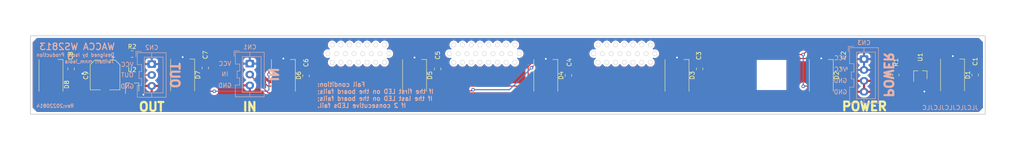
<source format=kicad_pcb>
(kicad_pcb (version 20211014) (generator pcbnew)
  (layers (0 "F.Cu" signal) (31 "B.Cu" signal) (34 "B.Paste" user) (35 "F.Paste" user) (36 "B.SilkS" user "B.Silkscreen") (37 "F.SilkS" user "F.Silkscreen") (38 "B.Mask" user) (39 "F.Mask" user) (44 "Edge.Cuts" user))
  (net 0 "")
  (net 1 "+5V")
  (net 2 "GND")
  (net 3 "Net-(CN1-Pad2)")
  (net 4 "LED_IN")
  (net 5 "LED_OUT")
  (net 6 "Net-(CN2-Pad2)")
  (net 8 "Net-(D1-Pad3)")
  (net 10 "Net-(D2-Pad3)")
  (net 12 "Net-(D3-Pad3)")
  (net 14 "Net-(D4-Pad3)")
  (net 16 "Net-(D5-Pad3)")
  (net 18 "Net-(D6-Pad3)")
  (net 20 "Net-(D7-Pad3)")
  (footprint "LED_SMD:LED_WS2812_PLCC6_5.0x5.0mm_P1.6mm" (layer "F.Cu") (at 154.5 99.5 -90)
    (fp_text reference "D4" (at 0 -3.5 90) (layer "F.SilkS"))
    (fp_text value "WS2813")
    (fp_line (start -3.65 -2.75) (end 3.65 -2.75) (layer "F.SilkS") (width 0.12))
    (fp_line (start -3.65 -1.6) (end -3.65 -2.75) (layer "F.SilkS") (width 0.12))
    (fp_line (start -3.65 2.75) (end 3.65 2.75) (layer "F.SilkS") (width 0.12))
    (pad "1" smd rect (at -2.45 -1.6 270) (size 1.5 1) (layers "F.Cu" "F.Paste" "F.Mask"))
    (pad "2" smd rect (at -2.45 0 270) (size 1.5 1) (layers "F.Cu" "F.Paste" "F.Mask") (net 1 "+5V"))
    (pad "3" smd rect (at -2.45 1.6 270) (size 1.5 1) (layers "F.Cu" "F.Paste" "F.Mask") (net 14 "Net-(D4-Pad3)"))
    (pad "4" smd rect (at 2.45 1.6 270) (size 1.5 1) (layers "F.Cu" "F.Paste" "F.Mask") (net 12 "Net-(D3-Pad3)"))
    (pad "5" smd rect (at 2.45 0 270) (size 1.5 1) (layers "F.Cu" "F.Paste" "F.Mask") (net 2 "GND"))
    (pad "6" smd rect (at 2.45 -1.6 270) (size 1.5 1) (layers "F.Cu" "F.Paste" "F.Mask") (net 10 "Net-(D2-Pad3)"))
  )
  (footprint "Resistor_SMD:R_0805_2012Metric_Pad1.20x1.40mm_HandSolder" (layer "F.Cu") (at 234.8 99.4 90)
    (fp_text reference "R1" (at 2.9 0 90) (layer "F.SilkS"))
    (fp_text value "100")
    (fp_line (start -0.227064 -0.735) (end 0.227064 -0.735) (layer "F.SilkS") (width 0.12))
    (fp_line (start -0.227064 0.735) (end 0.227064 0.735) (layer "F.SilkS") (width 0.12))
    (pad "1" smd roundrect (at -1 0 90) (size 1.2 1.4) (layers "F.Cu" "F.Paste" "F.Mask") (roundrect_rratio 0.2083333333) (net 3 "Net-(CN1-Pad2)"))
    (pad "2" smd roundrect (at 1 0 90) (size 1.2 1.4) (layers "F.Cu" "F.Paste" "F.Mask") (roundrect_rratio 0.2083333333) (net 4 "LED_IN"))
  )
  (footprint "Capacitor_SMD:C_0805_2012Metric_Pad1.18x1.45mm_HandSolder" (layer "F.Cu") (at 129.7 98 -90)
    (fp_text reference "C5" (at -3.1 0 90) (layer "F.SilkS"))
    (fp_text value "100nF")
    (fp_line (start -0.261252 -0.735) (end 0.261252 -0.735) (layer "F.SilkS") (width 0.12))
    (fp_line (start -0.261252 0.735) (end 0.261252 0.735) (layer "F.SilkS") (width 0.12))
    (pad "1" smd roundrect (at -1.0375 0 270) (size 1.175 1.45) (layers "F.Cu" "F.Paste" "F.Mask") (roundrect_rratio 0.2127659574) (net 1 "+5V"))
    (pad "2" smd roundrect (at 1.0375 0 270) (size 1.175 1.45) (layers "F.Cu" "F.Paste" "F.Mask") (roundrect_rratio 0.2127659574) (net 2 "GND"))
  )
  (footprint "Package_TO_SOT_SMD:TSOT-23_HandSoldering" (layer "F.Cu") (at 59.6 102.2 90)
    (fp_text reference "U2" (at 4 0 180) (layer "F.SilkS"))
    (fp_text value "1503a")
    (fp_line (start 0.95 -1.5) (end 0.95 -0.5) (layer "F.SilkS") (width 0.12))
    (fp_line (start 0.93 -1.51) (end -1.5 -1.51) (layer "F.SilkS") (width 0.12))
    (fp_line (start 0.95 1.55) (end -0.9 1.55) (layer "F.SilkS") (width 0.12))
    (fp_line (start 0.95 0.5) (end 0.95 1.55) (layer "F.SilkS") (width 0.12))
    (pad "1" smd rect (at -1.71 -0.95 90) (size 2 0.65) (layers "F.Cu" "F.Paste" "F.Mask") (net 2 "GND"))
    (pad "2" smd rect (at -1.71 0.95 90) (size 2 0.65) (layers "F.Cu" "F.Paste" "F.Mask") (net 1 "+5V"))
    (pad "3" smd rect (at 1.71 0 90) (size 2 0.65) (layers "F.Cu" "F.Paste" "F.Mask") (net 5 "LED_OUT"))
  )
  (footprint "LED_SMD:LED_WS2812_PLCC6_5.0x5.0mm_P1.6mm" (layer "F.Cu") (at 124.4 99.5 -90)
    (fp_text reference "D5" (at 0 -3.5 90) (layer "F.SilkS"))
    (fp_text value "WS2813")
    (fp_line (start -3.65 2.75) (end 3.65 2.75) (layer "F.SilkS") (width 0.12))
    (fp_line (start -3.65 -1.6) (end -3.65 -2.75) (layer "F.SilkS") (width 0.12))
    (fp_line (start -3.65 -2.75) (end 3.65 -2.75) (layer "F.SilkS") (width 0.12))
    (pad "1" smd rect (at -2.45 -1.6 270) (size 1.5 1) (layers "F.Cu" "F.Paste" "F.Mask"))
    (pad "2" smd rect (at -2.45 0 270) (size 1.5 1) (layers "F.Cu" "F.Paste" "F.Mask") (net 1 "+5V"))
    (pad "3" smd rect (at -2.45 1.6 270) (size 1.5 1) (layers "F.Cu" "F.Paste" "F.Mask") (net 16 "Net-(D5-Pad3)"))
    (pad "4" smd rect (at 2.45 1.6 270) (size 1.5 1) (layers "F.Cu" "F.Paste" "F.Mask") (net 14 "Net-(D4-Pad3)"))
    (pad "5" smd rect (at 2.45 0 270) (size 1.5 1) (layers "F.Cu" "F.Paste" "F.Mask") (net 2 "GND"))
    (pad "6" smd rect (at 2.45 -1.6 270) (size 1.5 1) (layers "F.Cu" "F.Paste" "F.Mask") (net 12 "Net-(D3-Pad3)"))
  )
  (footprint "Resistor_SMD:R_0805_2012Metric_Pad1.20x1.40mm_HandSolder" (layer "F.Cu") (at 59.6 94.6)
    (fp_text reference "R2" (at 0 -1.7) (layer "F.SilkS"))
    (fp_text value "100")
    (fp_line (start -0.227064 -0.735) (end 0.227064 -0.735) (layer "F.SilkS") (width 0.12))
    (fp_line (start -0.227064 0.735) (end 0.227064 0.735) (layer "F.SilkS") (width 0.12))
    (pad "1" smd roundrect (at -1 0) (size 1.2 1.4) (layers "F.Cu" "F.Paste" "F.Mask") (roundrect_rratio 0.2083333333) (net 5 "LED_OUT"))
    (pad "2" smd roundrect (at 1 0) (size 1.2 1.4) (layers "F.Cu" "F.Paste" "F.Mask") (roundrect_rratio 0.2083333333) (net 6 "Net-(CN2-Pad2)"))
  )
  (footprint "LED_SMD:LED_WS2812_PLCC6_5.0x5.0mm_P1.6mm" (layer "F.Cu") (at 71.2 99.4 -90)
    (fp_text reference "D7" (at 0 -3.5 90) (layer "F.SilkS"))
    (fp_text value "WS2813")
    (fp_line (start -3.65 2.75) (end 3.65 2.75) (layer "F.SilkS") (width 0.12))
    (fp_line (start -3.65 -2.75) (end 3.65 -2.75) (layer "F.SilkS") (width 0.12))
    (fp_line (start -3.65 -1.6) (end -3.65 -2.75) (layer "F.SilkS") (width 0.12))
    (pad "1" smd rect (at -2.45 -1.6 270) (size 1.5 1) (layers "F.Cu" "F.Paste" "F.Mask"))
    (pad "2" smd rect (at -2.45 0 270) (size 1.5 1) (layers "F.Cu" "F.Paste" "F.Mask") (net 1 "+5V"))
    (pad "3" smd rect (at -2.45 1.6 270) (size 1.5 1) (layers "F.Cu" "F.Paste" "F.Mask") (net 20 "Net-(D7-Pad3)"))
    (pad "4" smd rect (at 2.45 1.6 270) (size 1.5 1) (layers "F.Cu" "F.Paste" "F.Mask") (net 18 "Net-(D6-Pad3)"))
    (pad "5" smd rect (at 2.45 0 270) (size 1.5 1) (layers "F.Cu" "F.Paste" "F.Mask") (net 2 "GND"))
    (pad "6" smd rect (at 2.45 -1.6 270) (size 1.5 1) (layers "F.Cu" "F.Paste" "F.Mask") (net 16 "Net-(D5-Pad3)"))
  )
  (footprint "Package_TO_SOT_SMD:TSOT-23_HandSoldering" (layer "F.Cu") (at 240.4 99.4 90)
    (fp_text reference "U1" (at 4.1 0 90) (layer "F.SilkS"))
    (fp_text value "1503a")
    (fp_line (start 0.95 1.55) (end -0.9 1.55) (layer "F.SilkS") (width 0.12))
    (fp_line (start 0.95 0.5) (end 0.95 1.55) (layer "F.SilkS") (width 0.12))
    (fp_line (start 0.95 -1.5) (end 0.95 -0.5) (layer "F.SilkS") (width 0.12))
    (fp_line (start 0.93 -1.51) (end -1.5 -1.51) (layer "F.SilkS") (width 0.12))
    (pad "1" smd rect (at -1.71 -0.95 90) (size 2 0.65) (layers "F.Cu" "F.Paste" "F.Mask") (net 2 "GND"))
    (pad "2" smd rect (at -1.71 0.95 90) (size 2 0.65) (layers "F.Cu" "F.Paste" "F.Mask") (net 1 "+5V"))
    (pad "3" smd rect (at 1.71 0 90) (size 2 0.65) (layers "F.Cu" "F.Paste" "F.Mask") (net 4 "LED_IN"))
  )
  (footprint "LED_SMD:LED_WS2812_PLCC6_5.0x5.0mm_P1.6mm" (layer "F.Cu") (at 94.3 99.5 -90)
    (fp_text reference "D6" (at 0 -3.5 90) (layer "F.SilkS"))
    (fp_text value "WS2813")
    (fp_line (start -3.65 -1.6) (end -3.65 -2.75) (layer "F.SilkS") (width 0.12))
    (fp_line (start -3.65 -2.75) (end 3.65 -2.75) (layer "F.SilkS") (width 0.12))
    (fp_line (start -3.65 2.75) (end 3.65 2.75) (layer "F.SilkS") (width 0.12))
    (pad "1" smd rect (at -2.45 -1.6 270) (size 1.5 1) (layers "F.Cu" "F.Paste" "F.Mask"))
    (pad "2" smd rect (at -2.45 0 270) (size 1.5 1) (layers "F.Cu" "F.Paste" "F.Mask") (net 1 "+5V"))
    (pad "3" smd rect (at -2.45 1.6 270) (size 1.5 1) (layers "F.Cu" "F.Paste" "F.Mask") (net 18 "Net-(D6-Pad3)"))
    (pad "4" smd rect (at 2.45 1.6 270) (size 1.5 1) (layers "F.Cu" "F.Paste" "F.Mask") (net 16 "Net-(D5-Pad3)"))
    (pad "5" smd rect (at 2.45 0 270) (size 1.5 1) (layers "F.Cu" "F.Paste" "F.Mask") (net 2 "GND"))
    (pad "6" smd rect (at 2.45 -1.6 270) (size 1.5 1) (layers "F.Cu" "F.Paste" "F.Mask") (net 14 "Net-(D4-Pad3)"))
  )
  (footprint "LED_SMD:LED_WS2812_PLCC6_5.0x5.0mm_P1.6mm" (layer "F.Cu") (at 184.6 99.5 -90)
    (fp_text reference "D3" (at 0 -3.5 90) (layer "F.SilkS"))
    (fp_text value "WS2813")
    (fp_line (start -3.65 -1.6) (end -3.65 -2.75) (layer "F.SilkS") (width 0.12))
    (fp_line (start -3.65 2.75) (end 3.65 2.75) (layer "F.SilkS") (width 0.12))
    (fp_line (start -3.65 -2.75) (end 3.65 -2.75) (layer "F.SilkS") (width 0.12))
    (pad "1" smd rect (at -2.45 -1.6 270) (size 1.5 1) (layers "F.Cu" "F.Paste" "F.Mask"))
    (pad "2" smd rect (at -2.45 0 270) (size 1.5 1) (layers "F.Cu" "F.Paste" "F.Mask") (net 1 "+5V"))
    (pad "3" smd rect (at -2.45 1.6 270) (size 1.5 1) (layers "F.Cu" "F.Paste" "F.Mask") (net 12 "Net-(D3-Pad3)"))
    (pad "4" smd rect (at 2.45 1.6 270) (size 1.5 1) (layers "F.Cu" "F.Paste" "F.Mask") (net 10 "Net-(D2-Pad3)"))
    (pad "5" smd rect (at 2.45 0 270) (size 1.5 1) (layers "F.Cu" "F.Paste" "F.Mask") (net 2 "GND"))
    (pad "6" smd rect (at 2.45 -1.6 270) (size 1.5 1) (layers "F.Cu" "F.Paste" "F.Mask") (net 8 "Net-(D1-Pad3)"))
  )
  (footprint "Capacitor_SMD:C_0805_2012Metric_Pad1.18x1.45mm_HandSolder" (layer "F.Cu") (at 45.6 98 -90)
    (fp_text reference "C8" (at -3 0.1 90) (layer "F.SilkS"))
    (fp_text value "100nF")
    (fp_line (start -0.261252 -0.735) (end 0.261252 -0.735) (layer "F.SilkS") (width 0.12))
    (fp_line (start -0.261252 0.735) (end 0.261252 0.735) (layer "F.SilkS") (width 0.12))
    (pad "1" smd roundrect (at -1.0375 0 270) (size 1.175 1.45) (layers "F.Cu" "F.Paste" "F.Mask") (roundrect_rratio 0.2127659574) (net 1 "+5V"))
    (pad "2" smd roundrect (at 1.0375 0 270) (size 1.175 1.45) (layers "F.Cu" "F.Paste" "F.Mask") (roundrect_rratio 0.2127659574) (net 2 "GND"))
  )
  (footprint "MountingHole:MountingHole_3.2mm_M3" (layer "F.Cu") (at 206.3 99.4)
    (fp_text reference "H1" hide)
    (fp_text value "M3")
    (pad "" np_thru_hole circle (at 0 0) (size 3.2 3.2) (drill 3.2) (layers *.Cu *.Mask))
  )
  (footprint "Capacitor_SMD:C_0805_2012Metric_Pad1.18x1.45mm_HandSolder" (layer "F.Cu") (at 253 99.4 -90)
    (fp_text reference "C1" (at -3.1 0 90) (layer "F.SilkS"))
    (fp_text value "100nF")
    (fp_line (start -0.261252 -0.735) (end 0.261252 -0.735) (layer "F.SilkS") (width 0.12))
    (fp_line (start -0.261252 0.735) (end 0.261252 0.735) (layer "F.SilkS") (width 0.12))
    (pad "1" smd roundrect (at -1.0375 0 270) (size 1.175 1.45) (layers "F.Cu" "F.Paste" "F.Mask") (roundrect_rratio 0.2127659574) (net 1 "+5V"))
    (pad "2" smd roundrect (at 1.0375 0 270) (size 1.175 1.45) (layers "F.Cu" "F.Paste" "F.Mask") (roundrect_rratio 0.2127659574) (net 2 "GND"))
  )
  (footprint "LED_SMD:LED_WS2812_PLCC6_5.0x5.0mm_P1.6mm" (layer "F.Cu") (at 217.7 99.5 -90)
    (fp_text reference "D2" (at 0 -3.5 90) (layer "F.SilkS"))
    (fp_text value "WS2813")
    (fp_line (start -3.65 2.75) (end 3.65 2.75) (layer "F.SilkS") (width 0.12))
    (fp_line (start -3.65 -1.6) (end -3.65 -2.75) (layer "F.SilkS") (width 0.12))
    (fp_line (start -3.65 -2.75) (end 3.65 -2.75) (layer "F.SilkS") (width 0.12))
    (pad "1" smd rect (at -2.45 -1.6 270) (size 1.5 1) (layers "F.Cu" "F.Paste" "F.Mask"))
    (pad "2" smd rect (at -2.45 0 270) (size 1.5 1) (layers "F.Cu" "F.Paste" "F.Mask") (net 1 "+5V"))
    (pad "3" smd rect (at -2.45 1.6 270) (size 1.5 1) (layers "F.Cu" "F.Paste" "F.Mask") (net 10 "Net-(D2-Pad3)"))
    (pad "4" smd rect (at 2.45 1.6 270) (size 1.5 1) (layers "F.Cu" "F.Paste" "F.Mask") (net 8 "Net-(D1-Pad3)"))
    (pad "5" smd rect (at 2.45 0 270) (size 1.5 1) (layers "F.Cu" "F.Paste" "F.Mask") (net 2 "GND"))
    (pad "6" smd rect (at 2.45 -1.6 270) (size 1.5 1) (layers "F.Cu" "F.Paste" "F.Mask") (net 4 "LED_IN"))
  )
  (footprint "Capacitor_SMD:C_0805_2012Metric_Pad1.18x1.45mm_HandSolder" (layer "F.Cu") (at 189.8 98 -90)
    (fp_text reference "C3" (at -3 0.2 90) (layer "F.SilkS"))
    (fp_text value "100nF")
    (fp_line (start -0.261252 -0.735) (end 0.261252 -0.735) (layer "F.SilkS") (width 0.12))
    (fp_line (start -0.261252 0.735) (end 0.261252 0.735) (layer "F.SilkS") (width 0.12))
    (pad "1" smd roundrect (at -1.0375 0 270) (size 1.175 1.45) (layers "F.Cu" "F.Paste" "F.Mask") (roundrect_rratio 0.2127659574) (net 1 "+5V"))
    (pad "2" smd roundrect (at 1.0375 0 270) (size 1.175 1.45) (layers "F.Cu" "F.Paste" "F.Mask") (roundrect_rratio 0.2127659574) (net 2 "GND"))
  )
  (footprint "LED_SMD:LED_WS2812_PLCC6_5.0x5.0mm_P1.6mm" (layer "F.Cu") (at 247.8 99.4 -90)
    (fp_text reference "D1" (at 0 -3.5 90) (layer "F.SilkS"))
    (fp_text value "WS2813")
    (fp_line (start -3.65 2.75) (end 3.65 2.75) (layer "F.SilkS") (width 0.12))
    (fp_line (start -3.65 -2.75) (end 3.65 -2.75) (layer "F.SilkS") (width 0.12))
    (fp_line (start -3.65 -1.6) (end -3.65 -2.75) (layer "F.SilkS") (width 0.12))
    (pad "1" smd rect (at -2.45 -1.6 270) (size 1.5 1) (layers "F.Cu" "F.Paste" "F.Mask"))
    (pad "2" smd rect (at -2.45 0 270) (size 1.5 1) (layers "F.Cu" "F.Paste" "F.Mask") (net 1 "+5V"))
    (pad "3" smd rect (at -2.45 1.6 270) (size 1.5 1) (layers "F.Cu" "F.Paste" "F.Mask") (net 8 "Net-(D1-Pad3)"))
    (pad "4" smd rect (at 2.45 1.6 270) (size 1.5 1) (layers "F.Cu" "F.Paste" "F.Mask") (net 4 "LED_IN"))
    (pad "5" smd rect (at 2.45 0 270) (size 1.5 1) (layers "F.Cu" "F.Paste" "F.Mask") (net 2 "GND"))
    (pad "6" smd rect (at 2.45 -1.6 270) (size 1.5 1) (layers "F.Cu" "F.Paste" "F.Mask") (net 2 "GND"))
  )
  (footprint "Capacitor_SMD:C_0805_2012Metric_Pad1.18x1.45mm_HandSolder" (layer "F.Cu") (at 99.5 99.6 -90)
    (fp_text reference "C6" (at -3 0 90) (layer "F.SilkS"))
    (fp_text value "100nF")
    (fp_line (start -0.261252 -0.735) (end 0.261252 -0.735) (layer "F.SilkS") (width 0.12))
    (fp_line (start -0.261252 0.735) (end 0.261252 0.735) (layer "F.SilkS") (width 0.12))
    (pad "1" smd roundrect (at -1.0375 0 270) (size 1.175 1.45) (layers "F.Cu" "F.Paste" "F.Mask") (roundrect_rratio 0.2127659574) (net 1 "+5V"))
    (pad "2" smd roundrect (at 1.0375 0 270) (size 1.175 1.45) (layers "F.Cu" "F.Paste" "F.Mask") (roundrect_rratio 0.2127659574) (net 2 "GND"))
  )
  (footprint "Capacitor_SMD:CP_Elec_6.3x5.2" (layer "F.Cu") (at 53.4 99.4 -90)
    (fp_text reference "C9" (at 0.1 4.4 90) (layer "F.SilkS"))
    (fp_text value "1000uF")
    (fp_line (start -2.345563 -3.41) (end 3.41 -3.41) (layer "F.SilkS") (width 0.12))
    (fp_line (start 3.41 3.41) (end 3.41 1.06) (layer "F.SilkS") (width 0.12))
    (fp_line (start -3.41 2.345563) (end -3.41 1.06) (layer "F.SilkS") (width 0.12))
    (fp_line (start -2.345563 3.41) (end 3.41 3.41) (layer "F.SilkS") (width 0.12))
    (fp_line (start -3.41 -2.345563) (end -3.41 -1.06) (layer "F.SilkS") (width 0.12))
    (fp_line (start -3.41 2.345563) (end -2.345563 3.41) (layer "F.SilkS") (width 0.12))
    (fp_line (start -3.41 -2.345563) (end -2.345563 -3.41) (layer "F.SilkS") (width 0.12))
    (fp_line (start -4.4375 -1.8475) (end -3.65 -1.8475) (layer "F.SilkS") (width 0.12))
    (fp_line (start 3.41 -3.41) (end 3.41 -1.06) (layer "F.SilkS") (width 0.12))
    (fp_line (start -4.04375 -2.24125) (end -4.04375 -1.45375) (layer "F.SilkS") (width 0.12))
    (pad "1" smd roundrect (at -2.8 0 270) (size 3.5 1.6) (layers "F.Cu" "F.Paste" "F.Mask") (roundrect_rratio 0.15625) (net 1 "+5V"))
    (pad "2" smd roundrect (at 2.8 0 270) (size 3.5 1.6) (layers "F.Cu" "F.Paste" "F.Mask") (roundrect_rratio 0.15625) (net 2 "GND"))
  )
  (footprint "LED_SMD:LED_WS2812_PLCC6_5.0x5.0mm_P1.6mm" (layer "F.Cu") (at 41 99.5 -90)
    (fp_text reference "D8" (at 2.1 -3.6 90) (layer "F.SilkS"))
    (fp_text value "WS2813")
    (fp_line (start -3.65 2.75) (end 3.65 2.75) (layer "F.SilkS") (width 0.12))
    (fp_line (start -3.65 -1.6) (end -3.65 -2.75) (layer "F.SilkS") (width 0.12))
    (fp_line (start -3.65 -2.75) (end 3.65 -2.75) (layer "F.SilkS") (width 0.12))
    (pad "1" smd rect (at -2.45 -1.6 270) (size 1.5 1) (layers "F.Cu" "F.Paste" "F.Mask"))
    (pad "2" smd rect (at -2.45 0 270) (size 1.5 1) (layers "F.Cu" "F.Paste" "F.Mask") (net 1 "+5V"))
    (pad "3" smd rect (at -2.45 1.6 270) (size 1.5 1) (layers "F.Cu" "F.Paste" "F.Mask") (net 5 "LED_OUT"))
    (pad "4" smd rect (at 2.45 1.6 270) (size 1.5 1) (layers "F.Cu" "F.Paste" "F.Mask") (net 20 "Net-(D7-Pad3)"))
    (pad "5" smd rect (at 2.45 0 270) (size 1.5 1) (layers "F.Cu" "F.Paste" "F.Mask") (net 2 "GND"))
    (pad "6" smd rect (at 2.45 -1.6 270) (size 1.5 1) (layers "F.Cu" "F.Paste" "F.Mask") (net 18 "Net-(D6-Pad3)"))
  )
  (footprint "Capacitor_SMD:C_0805_2012Metric_Pad1.18x1.45mm_HandSolder" (layer "F.Cu") (at 76.4 97.8 -90)
    (fp_text reference "C7" (at -3 0 90) (layer "F.SilkS"))
    (fp_text value "100nF")
    (fp_line (start -0.261252 0.735) (end 0.261252 0.735) (layer "F.SilkS") (width 0.12))
    (fp_line (start -0.261252 -0.735) (end 0.261252 -0.735) (layer "F.SilkS") (width 0.12))
    (pad "1" smd roundrect (at -1.0375 0 270) (size 1.175 1.45) (layers "F.Cu" "F.Paste" "F.Mask") (roundrect_rratio 0.2127659574) (net 1 "+5V"))
    (pad "2" smd roundrect (at 1.0375 0 270) (size 1.175 1.45) (layers "F.Cu" "F.Paste" "F.Mask") (roundrect_rratio 0.2127659574) (net 2 "GND"))
  )
  (footprint "Capacitor_SMD:C_0805_2012Metric_Pad1.18x1.45mm_HandSolder" (layer "F.Cu") (at 159.7 99.5 -90)
    (fp_text reference "C4" (at -3 -0.2 90) (layer "F.SilkS"))
    (fp_text value "100nF")
    (fp_line (start -0.261252 -0.735) (end 0.261252 -0.735) (layer "F.SilkS") (width 0.12))
    (fp_line (start -0.261252 0.735) (end 0.261252 0.735) (layer "F.SilkS") (width 0.12))
    (pad "1" smd roundrect (at -1.0375 0 270) (size 1.175 1.45) (layers "F.Cu" "F.Paste" "F.Mask") (roundrect_rratio 0.2127659574) (net 1 "+5V"))
    (pad "2" smd roundrect (at 1.0375 0 270) (size 1.175 1.45) (layers "F.Cu" "F.Paste" "F.Mask") (roundrect_rratio 0.2127659574) (net 2 "GND"))
  )
  (footprint "Capacitor_SMD:C_0805_2012Metric_Pad1.18x1.45mm_HandSolder" (layer "F.Cu") (at 222.9 97.9 -90)
    (fp_text reference "C2" (at -3 0.1 90) (layer "F.SilkS"))
    (fp_text value "100nF")
    (fp_line (start -0.261252 0.735) (end 0.261252 0.735) (layer "F.SilkS") (width 0.12))
    (fp_line (start -0.261252 -0.735) (end 0.261252 -0.735) (layer "F.SilkS") (width 0.12))
    (pad "1" smd roundrect (at -1.0375 0 270) (size 1.175 1.45) (layers "F.Cu" "F.Paste" "F.Mask") (roundrect_rratio 0.2127659574) (net 1 "+5V"))
    (pad "2" smd roundrect (at 1.0375 0 270) (size 1.175 1.45) (layers "F.Cu" "F.Paste" "F.Mask") (roundrect_rratio 0.2127659574) (net 2 "GND"))
  )
  (footprint "Connector_JST:JST_XA_B04B-XASK-1_1x04_P2.50mm_Vertical" (layer "B.Cu") (at 227.5 95.75 -90)
    (fp_text reference "CN3" (at -3.75 0 180) (layer "B.SilkS") (effects (justify mirror)))
    (fp_text value "JST XA 4p")
    (fp_line (start 10.11 3.31) (end 6.45 3.31) (layer "B.SilkS") (width 0.12))
    (fp_line (start 10.11 -3.31) (end 10.11 3.31) (layer "B.SilkS") (width 0.12))
    (fp_line (start -2.61 0) (end -1.6 0) (layer "B.SilkS") (width 0.12))
    (fp_line (start 10.11 0) (end 9.1 0) (layer "B.SilkS") (width 0.12))
    (fp_line (start -2.91 3.61) (end -2.91 2.36) (layer "B.SilkS") (width 0.12))
    (fp_line (start 1.05 2.31) (end 1.05 3.31) (layer "B.SilkS") (width 0.12))
    (fp_line (start -2.61 -3.31) (end 10.11 -3.31) (layer "B.SilkS") (width 0.12))
    (fp_line (start -2.61 3.31) (end -2.61 -3.31) (layer "B.SilkS") (width 0.12))
    (fp_line (start 1.05 3.31) (end -2.61 3.31) (layer "B.SilkS") (width 0.12))
    (fp_line (start 6.45 2.31) (end 4.55 2.31) (layer "B.SilkS") (width 0.12))
    (fp_line (start 4.55 2.31) (end 4.55 2.91) (layer "B.SilkS") (width 0.12))
    (fp_line (start 6.45 3.31) (end 6.45 2.31) (layer "B.SilkS") (width 0.12))
    (fp_line (start -1.66 3.61) (end -2.91 3.61) (layer "B.SilkS") (width 0.12))
    (fp_line (start 2.95 2.91) (end 2.95 2.31) (layer "B.SilkS") (width 0.12))
    (fp_line (start -1.6 -2.6) (end 9.1 -2.6) (layer "B.SilkS") (width 0.12))
    (fp_line (start 9.1 -2.6) (end 9.1 1.7) (layer "B.SilkS") (width 0.12))
    (fp_line (start 2.95 2.31) (end 1.05 2.31) (layer "B.SilkS") (width 0.12))
    (fp_line (start 9.1 1.7) (end -1.6 1.7) (layer "B.SilkS") (width 0.12))
    (fp_line (start -1.6 1.7) (end -1.6 -2.6) (layer "B.SilkS") (width 0.12))
    (fp_line (start 4.55 2.91) (end 2.95 2.91) (layer "B.SilkS") (width 0.12))
    (pad "1" thru_hole roundrect (at 0 0 270) (size 1.7 1.95) (drill 0.95) (layers *.Cu *.Mask) (roundrect_rratio 0.1470588235) (net 1 "+5V"))
    (pad "2" thru_hole oval (at 2.5 0 270) (size 1.7 1.95) (drill 0.95) (layers *.Cu *.Mask) (net 1 "+5V"))
    (pad "3" thru_hole oval (at 5 0 270) (size 1.7 1.95) (drill 0.95) (layers *.Cu *.Mask) (net 2 "GND"))
    (pad "4" thru_hole oval (at 7.5 0 270) (size 1.7 1.95) (drill 0.95) (layers *.Cu *.Mask) (net 2 "GND"))
  )
  (footprint "Connector_JST:JST_XA_B03B-XASK-1_1x03_P2.50mm_Vertical" (layer "B.Cu") (at 64.1 96.905 -90)
    (fp_text reference "CN2" (at -3.805 0 180) (layer "B.SilkS") (effects (justify mirror)))
    (fp_text value "JST XA 3p")
    (fp_line (start -2.91 3.61) (end -2.91 2.36) (layer "B.SilkS") (width 0.12))
    (fp_line (start 4.9 3.31) (end 4.9 2.31) (layer "B.SilkS") (width 0.12))
    (fp_line (start 0.1 2.31) (end 0.1 3.31) (layer "B.SilkS") (width 0.12))
    (fp_line (start -2.61 0) (end -1.6 0) (layer "B.SilkS") (width 0.12))
    (fp_line (start -2.61 3.31) (end -2.61 -3.31) (layer "B.SilkS") (width 0.12))
    (fp_line (start -1.66 3.61) (end -2.91 3.61) (layer "B.SilkS") (width 0.12))
    (fp_line (start 7.61 0) (end 6.6 0) (layer "B.SilkS") (width 0.12))
    (fp_line (start 6.6 -2.6) (end 6.6 1.7) (layer "B.SilkS") (width 0.12))
    (fp_line (start 1.7 2.31) (end 0.1 2.31) (layer "B.SilkS") (width 0.12))
    (fp_line (start 1.7 2.91) (end 1.7 2.31) (layer "B.SilkS") (width 0.12))
    (fp_line (start -2.61 -3.31) (end 7.61 -3.31) (layer "B.SilkS") (width 0.12))
    (fp_line (start -1.6 -2.6) (end 6.6 -2.6) (layer "B.SilkS") (width 0.12))
    (fp_line (start 0.1 3.31) (end -2.61 3.31) (layer "B.SilkS") (width 0.12))
    (fp_line (start 6.6 1.7) (end -1.6 1.7) (layer "B.SilkS") (width 0.12))
    (fp_line (start 7.61 -3.31) (end 7.61 3.31) (layer "B.SilkS") (width 0.12))
    (fp_line (start 7.61 3.31) (end 4.9 3.31) (layer "B.SilkS") (width 0.12))
    (fp_line (start -1.6 1.7) (end -1.6 -2.6) (layer "B.SilkS") (width 0.12))
    (fp_line (start 3.3 2.91) (end 1.7 2.91) (layer "B.SilkS") (width 0.12))
    (fp_line (start 4.9 2.31) (end 3.3 2.31) (layer "B.SilkS") (width 0.12))
    (fp_line (start 3.3 2.31) (end 3.3 2.91) (layer "B.SilkS") (width 0.12))
    (pad "1" thru_hole roundrect (at 0 0 270) (size 1.7 1.95) (drill 0.95) (layers *.Cu *.Mask) (roundrect_rratio 0.1470588235) (net 1 "+5V"))
    (pad "2" thru_hole oval (at 2.5 0 270) (size 1.7 1.95) (drill 0.95) (layers *.Cu *.Mask) (net 6 "Net-(CN2-Pad2)"))
    (pad "3" thru_hole oval (at 5 0 270) (size 1.7 1.95) (drill 0.95) (layers *.Cu *.Mask) (net 2 "GND"))
  )
  (footprint "Connector_JST:JST_XA_B03B-XASK-1_1x03_P2.50mm_Vertical" (layer "B.Cu") (at 86.6 96.795 -90)
    (fp_text reference "CN1" (at -3.795 0 180) (layer "B.SilkS") (effects (justify mirror)))
    (fp_text value "JST XA 3p")
    (fp_line (start -2.61 3.31) (end -2.61 -3.31) (layer "B.SilkS") (width 0.12))
    (fp_line (start -2.91 3.61) (end -2.91 2.36) (layer "B.SilkS") (width 0.12))
    (fp_line (start 6.6 1.7) (end -1.6 1.7) (layer "B.SilkS") (width 0.12))
    (fp_line (start 0.1 3.31) (end -2.61 3.31) (layer "B.SilkS") (width 0.12))
    (fp_line (start 7.61 3.31) (end 4.9 3.31) (layer "B.SilkS") (width 0.12))
    (fp_line (start -1.6 1.7) (end -1.6 -2.6) (layer "B.SilkS") (width 0.12))
    (fp_line (start 3.3 2.31) (end 3.3 2.91) (layer "B.SilkS") (width 0.12))
    (fp_line (start 7.61 -3.31) (end 7.61 3.31) (layer "B.SilkS") (width 0.12))
    (fp_line (start 4.9 3.31) (end 4.9 2.31) (layer "B.SilkS") (width 0.12))
    (fp_line (start 0.1 2.31) (end 0.1 3.31) (layer "B.SilkS") (width 0.12))
    (fp_line (start -2.61 0) (end -1.6 0) (layer "B.SilkS") (width 0.12))
    (fp_line (start 1.7 2.91) (end 1.7 2.31) (layer "B.SilkS") (width 0.12))
    (fp_line (start 1.7 2.31) (end 0.1 2.31) (layer "B.SilkS") (width 0.12))
    (fp_line (start -1.6 -2.6) (end 6.6 -2.6) (layer "B.SilkS") (width 0.12))
    (fp_line (start -2.61 -3.31) (end 7.61 -3.31) (layer "B.SilkS") (width 0.12))
    (fp_line (start 6.6 -2.6) (end 6.6 1.7) (layer "B.SilkS") (width 0.12))
    (fp_line (start 4.9 2.31) (end 3.3 2.31) (layer "B.SilkS") (width 0.12))
    (fp_line (start -1.66 3.61) (end -2.91 3.61) (layer "B.SilkS") (width 0.12))
    (fp_line (start 7.61 0) (end 6.6 0) (layer "B.SilkS") (width 0.12))
    (fp_line (start 3.3 2.91) (end 1.7 2.91) (layer "B.SilkS") (width 0.12))
    (pad "1" thru_hole roundrect (at 0 0 270) (size 1.7 1.95) (drill 0.95) (layers *.Cu *.Mask) (roundrect_rratio 0.1470588235) (net 1 "+5V"))
    (pad "2" thru_hole oval (at 2.5 0 270) (size 1.7 1.95) (drill 0.95) (layers *.Cu *.Mask) (net 3 "Net-(CN1-Pad2)"))
    (pad "3" thru_hole oval (at 5 0 270) (size 1.7 1.95) (drill 0.95) (layers *.Cu *.Mask) (net 2 "GND"))
  )
  (gr_circle (center 132.4 94.5) (end 132.9 94.5) (layer "Edge.Cuts") (width 0.1) (fill none))
  (gr_circle (center 105.5 96.5) (end 106 96.5) (layer "Edge.Cuts") (width 0.1) (fill none))
  (gr_circle (center 113.5 92.5) (end 114 92.5) (layer "Edge.Cuts") (width 0.1) (fill none))
  (gr_circle (center 114.5 94.5) (end 115 94.5) (layer "Edge.Cuts") (width 0.1) (fill none))
  (gr_circle (center 117.5 92.5) (end 118 92.5) (layer "Edge.Cuts") (width 0.1) (fill none))
  (gr_circle (center 175.5 94.5) (end 176 94.5) (layer "Edge.Cuts") (width 0.1) (fill none))
  (gr_circle (center 176.5 92.5) (end 177 92.5) (layer "Edge.Cuts") (width 0.1) (fill none))
  (gr_circle (center 137.4 96.5) (end 137.9 96.5) (layer "Edge.Cuts") (width 0.1) (fill none))
  (gr_circle (center 111.5 92.5) (end 112 92.5) (layer "Edge.Cuts") (width 0.1) (fill none))
  (gr_circle (center 148.4 94.5) (end 148.9 94.5) (layer "Edge.Cuts") (width 0.1) (fill none))
  (gr_circle (center 143.4 92.5) (end 143.9 92.5) (layer "Edge.Cuts") (width 0.1) (fill none))
  (gr_circle (center 107.5 92.5) (end 108 92.5) (layer "Edge.Cuts") (width 0.1) (fill none))
  (gr_circle (center 108.5 94.5) (end 109 94.5) (layer "Edge.Cuts") (width 0.1) (fill none))
  (gr_circle (center 166.5 92.5) (end 167 92.5) (layer "Edge.Cuts") (width 0.1) (fill none))
  (gr_circle (center 118.5 94.5) (end 119 94.5) (layer "Edge.Cuts") (width 0.1) (fill none))
  (gr_circle (center 107.5 96.5) (end 108 96.5) (layer "Edge.Cuts") (width 0.1) (fill none))
  (gr_circle (center 116.5 94.5) (end 117 94.5) (layer "Edge.Cuts") (width 0.1) (fill none))
  (gr_circle (center 146.4 94.5) (end 146.9 94.5) (layer "Edge.Cuts") (width 0.1) (fill none))
  (gr_circle (center 142.4 94.5) (end 142.9 94.5) (layer "Edge.Cuts") (width 0.1) (fill none))
  (gr_circle (center 170.5 96.5) (end 171 96.5) (layer "Edge.Cuts") (width 0.1) (fill none))
  (gr_circle (center 172.5 92.5) (end 173 92.5) (layer "Edge.Cuts") (width 0.1) (fill none))
  (gr_circle (center 168.5 92.5) (end 169 92.5) (layer "Edge.Cuts") (width 0.1) (fill none))
  (gr_circle (center 179.5 94.5) (end 180 94.5) (layer "Edge.Cuts") (width 0.1) (fill none))
  (gr_circle (center 117.5 96.5) (end 118 96.5) (layer "Edge.Cuts") (width 0.1) (fill none))
  (gr_circle (center 139.4 92.5) (end 139.9 92.5) (layer "Edge.Cuts") (width 0.1) (fill none))
  (gr_circle (center 141.4 96.5) (end 141.9 96.5) (layer "Edge.Cuts") (width 0.1) (fill none))
  (gr_circle (center 112.5 94.5) (end 113 94.5) (layer "Edge.Cuts") (width 0.1) (fill none))
  (gr_circle (center 135.4 96.5) (end 135.9 96.5) (layer "Edge.Cuts") (width 0.1) (fill none))
  (gr_circle (center 176.5 96.5) (end 177 96.5) (layer "Edge.Cuts") (width 0.1) (fill none))
  (gr_circle (center 110.5 94.5) (end 111 94.5) (layer "Edge.Cuts") (width 0.1) (fill none))
  (gr_circle (center 145.4 96.5) (end 145.9 96.5) (layer "Edge.Cuts") (width 0.1) (fill none))
  (gr_circle (center 144.4 94.5) (end 144.9 94.5) (layer "Edge.Cuts") (width 0.1) (fill none))
  (gr_circle (center 147.4 96.5) (end 147.9 96.5) (layer "Edge.Cuts") (width 0.1) (fill none))
  (gr_circle (center 139.4 96.5) (end 139.9 96.5) (layer "Edge.Cuts") (width 0.1) (fill none))
  (gr_circle (center 167.5 94.5) (end 168 94.5) (layer "Edge.Cuts") (width 0.1) (fill none))
  (gr_circle (center 138.4 94.5) (end 138.9 94.5) (layer "Edge.Cuts") (width 0.1) (fill none))
  (gr_circle (center 140.4 94.5) (end 140.9 94.5) (layer "Edge.Cuts") (width 0.1) (fill none))
  (gr_circle (center 113.5 96.5) (end 114 96.5) (layer "Edge.Cuts") (width 0.1) (fill none))
  (gr_circle (center 133.4 96.5) (end 133.9 96.5) (layer "Edge.Cuts") (width 0.1) (fill none))
  (gr_circle (center 145.4 92.5) (end 145.9 92.5) (layer "Edge.Cuts") (width 0.1) (fill none))
  (gr_circle (center 109.5 96.5) (end 110 96.5) (layer "Edge.Cuts") (width 0.1) (fill none))
  (gr_circle (center 165.5 94.5) (end 166 94.5) (layer "Edge.Cuts") (width 0.1) (fill none))
  (gr_circle (center 172.5 96.5) (end 173 96.5) (layer "Edge.Cuts") (width 0.1) (fill none))
  (gr_circle (center 170.5 92.5) (end 171 92.5) (layer "Edge.Cuts") (width 0.1) (fill none))
  (gr_circle (center 137.4 92.5) (end 137.9 92.5) (layer "Edge.Cuts") (width 0.1) (fill none))
  (gr_circle (center 104.5 94.5) (end 105 94.5) (layer "Edge.Cuts") (width 0.1) (fill none))
  (gr_circle (center 168.5 96.5) (end 169 96.5) (layer "Edge.Cuts") (width 0.1) (fill none))
  (gr_circle (center 173.5 94.5) (end 174 94.5) (layer "Edge.Cuts") (width 0.1) (fill none))
  (gr_circle (center 141.4 92.5) (end 141.9 92.5) (layer "Edge.Cuts") (width 0.1) (fill none))
  (gr_circle (center 115.5 92.5) (end 116 92.5) (layer "Edge.Cuts") (width 0.1) (fill none))
  (gr_circle (center 135.4 92.5) (end 135.9 92.5) (layer "Edge.Cuts") (width 0.1) (fill none))
  (gr_poly (pts (xy 255.3 90.4) (xy 36.3 90.4) (xy 36.3 108.4) (xy 255.3 108.4)) (layer "Edge.Cuts") (width 0.2) (fill none))
  (gr_circle (center 177.5 94.5) (end 178 94.5) (layer "Edge.Cuts") (width 0.1) (fill none))
  (gr_circle (center 143.4 96.5) (end 143.9 96.5) (layer "Edge.Cuts") (width 0.1) (fill none))
  (gr_circle (center 166.5 96.5) (end 167 96.5) (layer "Edge.Cuts") (width 0.1) (fill none))
  (gr_circle (center 105.5 92.5) (end 106 92.5) (layer "Edge.Cuts") (width 0.1) (fill none))
  (gr_circle (center 115.5 96.5) (end 116 96.5) (layer "Edge.Cuts") (width 0.1) (fill none))
  (gr_circle (center 109.5 92.5) (end 110 92.5) (layer "Edge.Cuts") (width 0.1) (fill none))
  (gr_circle (center 178.5 92.5) (end 179 92.5) (layer "Edge.Cuts") (width 0.1) (fill none))
  (gr_circle (center 147.4 92.5) (end 147.9 92.5) (layer "Edge.Cuts") (width 0.1) (fill none))
  (gr_circle (center 106.5 94.5) (end 107 94.5) (layer "Edge.Cuts") (width 0.1) (fill none))
  (gr_circle (center 174.5 92.5) (end 175 92.5) (layer "Edge.Cuts") (width 0.1) (fill none))
  (gr_circle (center 133.4 92.5) (end 133.9 92.5) (layer "Edge.Cuts") (width 0.1) (fill none))
  (gr_circle (center 111.5 96.5) (end 112 96.5) (layer "Edge.Cuts") (width 0.1) (fill none))
  (gr_circle (center 134.4 94.5) (end 134.9 94.5) (layer "Edge.Cuts") (width 0.1) (fill none))
  (gr_circle (center 169.5 94.5) (end 170 94.5) (layer "Edge.Cuts") (width 0.1) (fill none))
  (gr_circle (center 136.4 94.5) (end 136.9 94.5) (layer "Edge.Cuts") (width 0.1) (fill none))
  (gr_circle (center 178.5 96.5) (end 179 96.5) (layer "Edge.Cuts") (width 0.1) (fill none))
  (gr_circle (center 174.5 96.5) (end 175 96.5) (layer "Edge.Cuts") (width 0.1) (fill none))
  (gr_circle (center 171.5 94.5) (end 172 94.5) (layer "Edge.Cuts") (width 0.1) (fill none))
  (gr_text "WACCA WS2813" (at 47 92.9) (layer "B.SilkS") (effects (font (size 1.5 1.5) (thickness 0.25)) (justify mirror)))
  (gr_text "JLCJLCJLCJLCJLC" (at 247.3 106.9) (layer "B.SilkS") (effects (font (size 1 1)) (justify mirror)))
  (gr_text "VCC" (at 222.1 98.1) (layer "B.SilkS") (effects (font (size 1 1)) (justify mirror)))
  (gr_text "OUT" (at 69.4 99.5 270) (layer "B.SilkS") (effects (font (size 2 2) (thickness 0.5)) (justify mirror)))
  (gr_text "GND" (at 80.9 101.8) (layer "B.SilkS") (effects (font (size 1 1)) (justify mirror)))
  (gr_text "OUT" (at 58.5 99.4) (layer "B.SilkS") (effects (font (size 1 1)) (justify mirror)))
  (gr_text "Twitter: mnm_isola" (at 49.8 96.3) (layer "B.SilkS") (effects (font (size 0.8 0.8)) (justify mirror)))
  (gr_text "VCC" (at 80.9 96.805) (layer "B.SilkS") (effects (font (size 1 1)) (justify mirror)))
  (gr_text "POWER" (at 233.1 99.4 270) (layer "B.SilkS") (effects (font (size 2 2) (thickness 0.5)) (justify mirror)))
  (gr_text "GND\n" (at 58.5 102) (layer "B.SilkS") (effects (font (size 1 1)) (justify mirror)))
  (gr_text "Designed by Isola Production" (at 46.583333 94.8) (layer "B.SilkS") (effects (font (size 0.8 0.8)) (justify mirror)))
  (gr_text "Fail condition:\nIf the first LED on the board fails;\nIf the last LED on the board fails;\nIf 2 consecutive LEDs fail." (at 102 104) (layer "B.SilkS") (effects (font (size 1 1) (thickness 0.2)) (justify right mirror)))
  (gr_text "GND\n" (at 222.1 103.3) (layer "B.SilkS") (effects (font (size 1 1)) (justify mirror)))
  (gr_text "IN" (at 92 99.3 270) (layer "B.SilkS") (effects (font (size 2 2) (thickness 0.5)) (justify mirror)))
  (gr_text "VCC" (at 222.1 95.5) (layer "B.SilkS") (effects (font (size 1 1)) (justify mirror)))
  (gr_text "GND\n" (at 222.1 100.7) (layer "B.SilkS") (effects (font (size 1 1)) (justify mirror)))
  (gr_text "IN" (at 80.9 99.2) (layer "B.SilkS") (effects (font (size 1 1)) (justify mirror)))
  (gr_text "Rev:20220814" (at 41.935714 106.5) (layer "B.SilkS") (effects (font (size 0.8 0.8)) (justify mirror)))
  (gr_text "VCC" (at 58.5 97.005) (layer "B.SilkS") (effects (font (size 1 1)) (justify mirror)))
  (gr_text "IN" (at 86.6 106.7) (layer "F.SilkS") (effects (font (size 2 2) (thickness 0.5))))
  (gr_text "POWER" (at 227.6 106.6) (layer "F.SilkS") (effects (font (size 2 2) (thickness 0.5))))
  (gr_text "OUT" (at 64.1 106.7) (layer "F.SilkS") (effects (font (size 2 2) (thickness 0.5))))
  (segment (start 253 95.6) (end 253 98.3625) (width 0.25) (layer "F.Cu") (net 1))
  (segment (start 74.9375 95.3) (end 76.4 96.7625) (width 0.25) (layer "F.Cu") (net 1))
  (segment (start 94.3 97.05) (end 94.3 95.6352) (width 0.25) (layer "F.Cu") (net 1))
  (segment (start 241.35 101.11) (end 241.35 103.2) (width 0.25) (layer "F.Cu") (net 1))
  (segment (start 45.6 94.5) (end 52.8 94.5) (width 0.25) (layer "F.Cu") (net 1))
  (segment (start 159.5 95.7) (end 159.7 95.9) (width 0.25) (layer "F.Cu") (net 1))
  (segment (start 45.6 96.9625) (end 45.6 94.5) (width 0.25) (layer "F.Cu") (net 1))
  (segment (start 53.4 95.1) (end 52.8 94.5) (width 0.25) (layer "F.Cu") (net 1))
  (segment (start 154.5 95.7) (end 159.5 95.7) (width 0.25) (layer "F.Cu") (net 1))
  (segment (start 94.3 95.6352) (end 99.1352 95.6352) (width 0.25) (layer "F.Cu") (net 1))
  (segment (start 184.6 95.4) (end 188.2375 95.4) (width 0.25) (layer "F.Cu") (net 1))
  (segment (start 159.7 95.9) (end 159.7 98.4625) (width 0.25) (layer "F.Cu") (net 1))
  (segment (start 217.7 95.5862) (end 221.6237 95.5862) (width 0.25) (layer "F.Cu") (net 1))
  (segment (start 124.3905 95.3984) (end 129.1984 95.3984) (width 0.25) (layer "F.Cu") (net 1))
  (segment (start 71.2 95.3726) (end 71.2 96.95) (width 0.25) (layer "F.Cu") (net 1))
  (segment (start 47.5625 96.9625) (end 48.2 97.6) (width 0.25) (layer "F.Cu") (net 1))
  (segment (start 48.2 97.6) (end 48.2 99.1) (width 0.25) (layer "F.Cu") (net 1))
  (segment (start 41.3 94.5) (end 45.6 94.5) (width 0.25) (layer "F.Cu") (net 1))
  (segment (start 71.2 95.3) (end 74.9375 95.3) (width 0.25) (layer "F.Cu") (net 1))
  (segment (start 247.8658 95.07) (end 252.47 95.07) (width 0.25) (layer "F.Cu") (net 1))
  (segment (start 60.55 103.91) (end 62.2 103.91) (width 0.25) (layer "F.Cu") (net 1))
  (segment (start 129.1984 95.3984) (end 129.7 95.9) (width 0.25) (layer "F.Cu") (net 1))
  (segment (start 99.1352 95.6352) (end 99.5 96) (width 0.25) (layer "F.Cu") (net 1))
  (segment (start 247.8 95.1358) (end 247.8 96.95) (width 0.25) (layer "F.Cu") (net 1))
  (segment (start 217.7 95.5862) (end 217.7 97.05) (width 0.25) (layer "F.Cu") (net 1))
  (segment (start 124.4 95.4079) (end 124.4 97.05) (width 0.25) (layer "F.Cu") (net 1))
  (segment (start 41 97.05) (end 41 95.9) (width 0.25) (layer "F.Cu") (net 1))
  (segment (start 99.5 96) (end 99.5 98.5625) (width 0.25) (layer "F.Cu") (net 1))
  (segment (start 184.6 97.05) (end 184.6 95.4) (width 0.25) (layer "F.Cu") (net 1))
  (segment (start 129.7 95.9) (end 129.7 96.9625) (width 0.25) (layer "F.Cu") (net 1))
  (segment (start 53.4 96.6) (end 53.4 95.1) (width 0.25) (layer "F.Cu") (net 1))
  (segment (start 247.8658 95.07) (end 247.8 95.1358) (width 0.25) (layer "F.Cu") (net 1))
  (segment (start 124.3905 95.3984) (end 124.4 95.4079) (width 0.25) (layer "F.Cu") (net 1))
  (segment (start 154.5 97.05) (end 154.5 95.7) (width 0.25) (layer "F.Cu") (net 1))
  (segment (start 188.2375 95.4) (end 189.8 96.9625) (width 0.25) (layer "F.Cu") (net 1))
  (segment (start 41 95.9) (end 41 94.8) (width 0.25) (layer "F.Cu") (net 1))
  (segment (start 252.47 95.07) (end 253 95.6) (width 0.25) (layer "F.Cu") (net 1))
  (segment (start 45.6 96.9625) (end 47.5625 96.9625) (width 0.25) (layer "F.Cu") (net 1))
  (segment (start 221.6237 95.5862) (end 222.9 96.8625) (width 0.25) (layer "F.Cu") (net 1))
  (segment (start 41 94.8) (end 41.3 94.5) (width 0.25) (layer "F.Cu") (net 1))
  (via (at 62.2 103.91) (size 0.8) (drill 0.4) (layers "F.Cu" "B.Cu") (net 1))
  (via (at 154.5 95.7) (size 0.8) (drill 0.4) (layers "F.Cu" "B.Cu") (net 1))
  (via (at 184.6 95.4) (size 0.8) (drill 0.4) (layers "F.Cu" "B.Cu") (net 1))
  (via (at 94.3 95.6352) (size 0.8) (drill 0.4) (layers "F.Cu" "B.Cu") (net 1))
  (via (at 247.8658 95.07) (size 0.8) (drill 0.4) (layers "F.Cu" "B.Cu") (net 1))
  (via (at 124.3905 95.3984) (size 0.8) (drill 0.4) (layers "F.Cu" "B.Cu") (net 1))
  (via (at 48.2 99.1) (size 0.8) (drill 0.4) (layers "F.Cu" "B.Cu") (net 1))
  (via (at 71.2 95.3) (size 0.8) (drill 0.4) (layers "F.Cu" "B.Cu") (net 1))
  (via (at 241.35 103.2) (size 0.8) (drill 0.4) (layers "F.Cu" "B.Cu") (net 1))
  (via (at 217.7 95.5862) (size 0.8) (drill 0.4) (layers "F.Cu" "B.Cu") (net 1))
  (segment (start 90.8016 103.4966) (end 223.6034 103.4966) (width 0.25) (layer "F.Cu") (net 3))
  (segment (start 225.7 105.6) (end 229.6 105.6) (width 0.25) (layer "F.Cu") (net 3))
  (segment (start 223.6034 103.4966) (end 223.6034 103.5034) (width 0.25) (layer "F.Cu") (net 3))
  (segment (start 223.6034 103.5034) (end 225.7 105.6) (width 0.25) (layer "F.Cu") (net 3))
  (segment (start 86.6 99.295) (end 90.8016 103.4966) (width 0.25) (layer "F.Cu") (net 3))
  (segment (start 229.6 105.6) (end 234.8 100.4) (width 0.25) (layer "F.Cu") (net 3))
  (segment (start 240.4 98.3526) (end 240.3526 98.4) (width 0.25) (layer "F.Cu") (net 4))
  (segment (start 246.2 101.85) (end 243.8974 101.85) (width 0.25) (layer "F.Cu") (net 4))
  (segment (start 243.8974 101.85) (end 240.4 98.3526) (width 0.25) (layer "F.Cu") (net 4))
  (segment (start 223.25 101.95) (end 226.3 105) (width 0.25) (layer "F.Cu") (net 4))
  (segment (start 233.4 100.7) (end 233.4 99.1) (width 0.25) (layer "F.Cu") (net 4))
  (segment (start 234.1 98.4) (end 234.8 98.4) (width 0.25) (layer "F.Cu") (net 4))
  (segment (start 233.4 99.1) (end 234.1 98.4) (width 0.25) (layer "F.Cu") (net 4))
  (segment (start 240.3526 98.4) (end 234.8 98.4) (width 0.25) (layer "F.Cu") (net 4))
  (segment (start 219.3 101.95) (end 223.25 101.95) (width 0.25) (layer "F.Cu") (net 4))
  (segment (start 229.1 105) (end 233.4 100.7) (width 0.25) (layer "F.Cu") (net 4))
  (segment (start 226.3 105) (end 229.1 105) (width 0.25) (layer "F.Cu") (net 4))
  (segment (start 240.4 97.69) (end 240.4 98.3526) (width 0.25) (layer "F.Cu") (net 4))
  (segment (start 39.4 94.3) (end 40 93.7) (width 0.25) (layer "F.Cu") (net 5))
  (segment (start 39.4 97.05) (end 39.4 94.3) (width 0.25) (layer "F.Cu") (net 5))
  (segment (start 40 93.7) (end 57.7 93.7) (width 0.25) (layer "F.Cu") (net 5))
  (segment (start 59.6 100.49) (end 58.6 99.49) (width 0.25) (layer "F.Cu") (net 5))
  (segment (start 57.7 93.7) (end 58.6 94.6) (width 0.25) (layer "F.Cu") (net 5))
  (segment (start 58.6 99.49) (end 58.6 94.6) (width 0.25) (layer "F.Cu") (net 5))
  (segment (start 61.805 99.405) (end 60.6 98.2) (width 0.25) (layer "F.Cu") (net 6))
  (segment (start 60.6 98.2) (end 60.6 94.6) (width 0.25) (layer "F.Cu") (net 6))
  (segment (start 64.1 99.405) (end 61.805 99.405) (width 0.25) (layer "F.Cu") (net 6))
  (segment (start 213.6048 101.95) (end 213.5548 102) (width 0.25) (layer "F.Cu") (net 8))
  (segment (start 246.2 94.7) (end 244.7 93.2) (width 0.25) (layer "F.Cu") (net 8))
  (segment (start 215.0679 93.2) (end 213.5548 94.7131) (width 0.25) (layer "F.Cu") (net 8))
  (segment (start 216.1 101.95) (end 213.6048 101.95) (width 0.25) (layer "F.Cu") (net 8))
  (segment (start 201.55 95.0762) (end 201.9131 94.7131) (width 0.25) (layer "F.Cu") (net 8))
  (segment (start 201.55 101.45) (end 201.55 95.0762) (width 0.25) (layer "F.Cu") (net 8))
  (segment (start 244.7 93.2) (end 215.0679 93.2) (width 0.25) (layer "F.Cu") (net 8))
  (segment (start 186.2 101.95) (end 201.05 101.95) (width 0.25) (layer "F.Cu") (net 8))
  (segment (start 246.2 96.95) (end 246.2 94.7) (width 0.25) (layer "F.Cu") (net 8))
  (segment (start 201.05 101.95) (end 201.55 101.45) (width 0.25) (layer "F.Cu") (net 8))
  (segment (start 201.9131 94.7131) (end 213.5548 94.7131) (width 0.25) (layer "F.Cu") (net 8))
  (via (at 213.5548 102) (size 0.8) (drill 0.4) (layers "F.Cu" "B.Cu") (net 8))
  (via (at 213.5548 94.7131) (size 0.8) (drill 0.4) (layers "F.Cu" "B.Cu") (net 8))
  (segment (start 213.5548 94.7131) (end 213.5548 102.2958) (width 0.25) (layer "B.Cu") (net 8))
  (segment (start 156.1 101.95) (end 156.1 102.1) (width 0.25) (layer "F.Cu") (net 10))
  (segment (start 183.0253 103.0253) (end 183.5377 103.0253) (width 0.25) (layer "F.Cu") (net 10))
  (segment (start 183 101.95) (end 183 103) (width 0.25) (layer "F.Cu") (net 10))
  (segment (start 216.1 95.9747) (end 216.1 97.05) (width 0.25) (layer "F.Cu") (net 10))
  (segment (start 215.7366 95.6113) (end 216.1 95.9747) (width 0.25) (layer "F.Cu") (net 10))
  (segment (start 183.5377 103.0253) (end 183.5378 103.0254) (width 0.25) (layer "F.Cu") (net 10))
  (segment (start 157.0253 103.0253) (end 183.0253 103.0253) (width 0.25) (layer "F.Cu") (net 10))
  (segment (start 183.5378 103.0254) (end 201.9746 103.0254) (width 0.25) (layer "F.Cu") (net 10))
  (segment (start 202.3221 102.6779) (end 202.3221 96.0221) (width 0.25) (layer "F.Cu") (net 10))
  (segment (start 183 103) (end 183.0253 103.0253) (width 0.25) (layer "F.Cu") (net 10))
  (segment (start 156.1 102.1) (end 157.0253 103.0253) (width 0.25) (layer "F.Cu") (net 10))
  (segment (start 202.7329 95.6113) (end 215.7366 95.6113) (width 0.25) (layer "F.Cu") (net 10))
  (segment (start 202.3221 96.0221) (end 202.7329 95.6113) (width 0.25) (layer "F.Cu") (net 10))
  (segment (start 201.9746 103.0254) (end 202.3221 102.6779) (width 0.25) (layer "F.Cu") (net 10))
  (segment (start 180.8 97.5) (end 181.25 97.05) (width 0.25) (layer "F.Cu") (net 12))
  (segment (start 181.25 97.05) (end 183 97.05) (width 0.25) (layer "F.Cu") (net 12))
  (segment (start 163.1777 99.4777) (end 164.6 100.9) (width 0.25) (layer "F.Cu") (net 12))
  (segment (start 126 101.95) (end 152.9 101.95) (width 0.25) (layer "F.Cu") (net 12))
  (segment (start 180.8 100.2) (end 180.8 97.5) (width 0.25) (layer "F.Cu") (net 12))
  (segment (start 164.6 100.9) (end 180.1 100.9) (width 0.25) (layer "F.Cu") (net 12))
  (segment (start 153.0149 94.9223) (end 162.4223 94.9223) (width 0.25) (layer "F.Cu") (net 12))
  (segment (start 180.1 100.9) (end 180.8 100.2) (width 0.25) (layer "F.Cu") (net 12))
  (segment (start 150.4577 97.4795) (end 153.0149 94.9223) (width 0.25) (layer "F.Cu") (net 12))
  (segment (start 162.4223 94.9223) (end 163.1777 95.6777) (width 0.25) (layer "F.Cu") (net 12))
  (segment (start 150.4577 101.9423) (end 150.4577 97.4795) (width 0.25) (layer "F.Cu") (net 12))
  (segment (start 163.1777 95.6777) (end 163.1777 99.4777) (width 0.25) (layer "F.Cu") (net 12))
  (segment (start 122.8 102.9127) (end 122.8 103.0253) (width 0.25) (layer "F.Cu") (net 14))
  (segment (start 95.9 101.95) (end 96.85 101.95) (width 0.25) (layer "F.Cu") (net 14))
  (segment (start 96.85 101.95) (end 97.9253 103.0253) (width 0.25) (layer "F.Cu") (net 14))
  (segment (start 122.8 101.95) (end 122.8 102.9127) (width 0.25) (layer "F.Cu") (net 14))
  (segment (start 151.9129 97.05) (end 152.9 97.05) (width 0.25) (layer "F.Cu") (net 14))
  (segment (start 137.5758 103.0253) (end 137.8303 102.7708) (width 0.25) (layer "F.Cu") (net 14))
  (segment (start 122.8 103.0253) (end 97.9253 103.0253) (width 0.25) (layer "F.Cu") (net 14))
  (segment (start 122.8 103.0253) (end 137.5758 103.0253) (width 0.25) (layer "F.Cu") (net 14))
  (segment (start 151.2086 97.7543) (end 151.9129 97.05) (width 0.25) (layer "F.Cu") (net 14))
  (via (at 151.2086 97.7543) (size 0.8) (drill 0.4) (layers "F.Cu" "B.Cu") (net 14))
  (via (at 137.8303 102.7708) (size 0.8) (drill 0.4) (layers "F.Cu" "B.Cu") (net 14))
  (segment (start 146.1921 102.7708) (end 151.2086 97.7543) (width 0.25) (layer "B.Cu") (net 14))
  (segment (start 137.8303 102.7708) (end 146.1921 102.7708) (width 0.25) (layer "B.Cu") (net 14))
  (segment (start 72.8 101.85) (end 83.65 101.85) (width 0.25) (layer "F.Cu") (net 16))
  (segment (start 84.4 101.1) (end 83.65 101.85) (width 0.25) (layer "F.Cu") (net 16))
  (segment (start 84.4 95.4) (end 84.9545 94.8455) (width 0.25) (layer "F.Cu") (net 16))
  (segment (start 119.6455 100.8545) (end 120.2 100.3) (width 0.25) (layer "F.Cu") (net 16))
  (segment (start 89.1091 94.8909) (end 89.1545 94.8455) (width 0.25) (layer "F.Cu") (net 16))
  (segment (start 102.7545 100.8545) (end 119.6455 100.8545) (width 0.25) (layer "F.Cu") (net 16))
  (segment (start 89.1091 100.3091) (end 89.1091 94.8909) (width 0.25) (layer "F.Cu") (net 16))
  (segment (start 84.4 101.1) (end 84.4 95.4) (width 0.25) (layer "F.Cu") (net 16))
  (segment (start 89.1545 94.8455) (end 101.9455 94.8455) (width 0.25) (layer "F.Cu") (net 16))
  (segment (start 120.55 97.05) (end 122.8 97.05) (width 0.25) (layer "F.Cu") (net 16))
  (segment (start 92.7 101.95) (end 90.75 101.95) (width 0.25) (layer "F.Cu") (net 16))
  (segment (start 120.2 100.3) (end 120.2 97.4) (width 0.25) (layer "F.Cu") (net 16))
  (segment (start 101.9455 94.8455) (end 102.2545 95.1545) (width 0.25) (layer "F.Cu") (net 16))
  (segment (start 102.2545 95.1545) (end 102.2545 100.3545) (width 0.25) (layer "F.Cu") (net 16))
  (segment (start 84.9545 94.8455) (end 89.1545 94.8455) (width 0.25) (layer "F.Cu") (net 16))
  (segment (start 102.2545 100.3545) (end 102.7545 100.8545) (width 0.25) (layer "F.Cu") (net 16))
  (segment (start 120.2 97.4) (end 120.55 97.05) (width 0.25) (layer "F.Cu") (net 16))
  (segment (start 90.75 101.95) (end 89.1091 100.3091) (width 0.25) (layer "F.Cu") (net 16))
  (segment (start 69.6656 103.1344) (end 69.6 103.2) (width 0.25) (layer "F.Cu") (net 18))
  (segment (start 67.1 105.7) (end 69.6 103.2) (width 0.25) (layer "F.Cu") (net 18))
  (segment (start 42.6 101.95) (end 42.6 105.1) (width 0.25) (layer "F.Cu") (net 18))
  (segment (start 90.9898 99.2702) (end 90.9898 98.2351) (width 0.25) (layer "F.Cu") (net 18))
  (segment (start 92.1749 97.05) (end 92.7 97.05) (width 0.25) (layer "F.Cu") (net 18))
  (segment (start 42.6 105.1) (end 43.2 105.7) (width 0.25) (layer "F.Cu") (net 18))
  (segment (start 43.2 105.7) (end 67.1 105.7) (width 0.25) (layer "F.Cu") (net 18))
  (segment (start 69.6 101.85) (end 69.6 103.2) (width 0.25) (layer "F.Cu") (net 18))
  (segment (start 78.4555 103.1344) (end 69.6656 103.1344) (width 0.25) (layer "F.Cu") (net 18))
  (segment (start 90.9898 98.2351) (end 92.1749 97.05) (width 0.25) (layer "F.Cu") (net 18))
  (via (at 78.4555 103.1344) (size 0.8) (drill 0.4) (layers "F.Cu" "B.Cu") (net 18))
  (via (at 90.9898 99.2702) (size 0.8) (drill 0.4) (layers "F.Cu" "B.Cu") (net 18))
  (segment (start 78.4555 103.1344) (end 87.1256 103.1344) (width 0.25) (layer "B.Cu") (net 18))
  (segment (start 90.6452 103.1344) (end 90.9898 102.7898) (width 0.25) (layer "B.Cu") (net 18))
  (segment (start 90.9898 99.2702) (end 90.9898 102.7898) (width 0.25) (layer "B.Cu") (net 18))
  (segment (start 87.1256 103.1344) (end 90.6452 103.1344) (width 0.25) (layer "B.Cu") (net 18))
  (segment (start 38.9 93.1) (end 37.9 94.1) (width 0.25) (layer "F.Cu") (net 20))
  (segment (start 38.75 101.95) (end 39.4 101.95) (width 0.25) (layer "F.Cu") (net 20))
  (segment (start 68.1 93.1) (end 38.9 93.1) (width 0.25) (layer "F.Cu") (net 20))
  (segment (start 37.9 94.1) (end 37.9 101.1) (width 0.25) (layer "F.Cu") (net 20))
  (segment (start 69.6 94.6) (end 68.1 93.1) (width 0.25) (layer "F.Cu") (net 20))
  (segment (start 69.6 96.95) (end 69.6 94.6) (width 0.25) (layer "F.Cu") (net 20))
  (segment (start 37.9 101.1) (end 38.75 101.95) (width 0.25) (layer "F.Cu") (net 20))
  (zone (net 2) (net_name "GND") (layer "F.Cu") (connect_pads (clearance 0.508)) (min_thickness 0.254) (fill yes (thermal_gap 0.508) (thermal_bridge_width 0.508) (smoothing chamfer) (radius 2))
    (polygon (pts (xy 259 116.7) (xy 33 116.7) (xy 33 85.8) (xy 259 85.8)))
  )
  (zone (net 0) (net_name "") (layers F&B.Cu "F.CrtYd") (connect_pads (clearance 0)) (min_thickness 0.254)
    (keepout (tracks allowed) (vias allowed) (pads allowed) (copperpour not_allowed) (footprints allowed))
    (fill (thermal_gap 0.508) (thermal_bridge_width 0.508))
    (polygon (pts (xy 209.7 102.85) (xy 202.9 102.85) (xy 202.9 95.95) (xy 209.7 95.95)))
  )
  (zone (net 1) (net_name "+5V") (layer "B.Cu") (connect_pads (clearance 0.508)) (min_thickness 0.254) (fill yes (thermal_gap 0.508) (thermal_bridge_width 0.508) (smoothing chamfer) (radius 2))
    (polygon (pts (xy 264.2 120.1) (xy 29.3 120.1) (xy 29.3 82.2) (xy 264.2 82.2)))
  )
)
</source>
